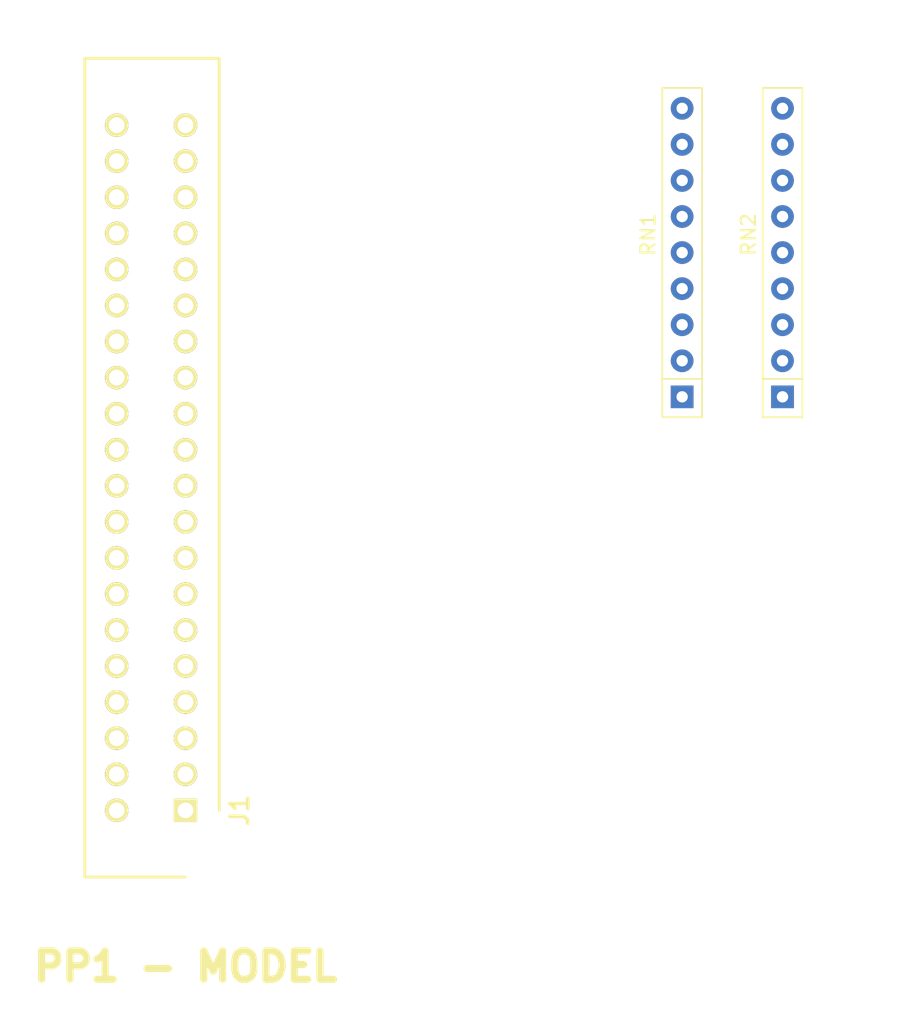
<source format=kicad_pcb>
(kicad_pcb (version 20171130) (host pcbnew "(5.1.6)-1")

  (general
    (thickness 1.6)
    (drawings 7)
    (tracks 0)
    (zones 0)
    (modules 3)
    (nets 41)
  )

  (page A4)
  (title_block
    (title PP1)
    (date 2020-09-24)
    (rev "model rev1")
    (company "Name here")
  )

  (layers
    (0 F.Cu signal)
    (1 In1.Cu power)
    (2 In2.Cu signal)
    (31 B.Cu signal)
    (32 B.Adhes user)
    (33 F.Adhes user)
    (34 B.Paste user)
    (35 F.Paste user)
    (36 B.SilkS user)
    (37 F.SilkS user)
    (38 B.Mask user)
    (39 F.Mask user)
    (40 Dwgs.User user)
    (41 Cmts.User user)
    (42 Eco1.User user)
    (43 Eco2.User user)
    (44 Edge.Cuts user)
    (45 Margin user)
    (46 B.CrtYd user)
    (47 F.CrtYd user)
    (48 B.Fab user)
    (49 F.Fab user)
  )

  (setup
    (last_trace_width 0.18)
    (trace_clearance 0.18)
    (zone_clearance 0.508)
    (zone_45_only no)
    (trace_min 0.18)
    (via_size 0.45)
    (via_drill 0.2)
    (via_min_size 0.45)
    (via_min_drill 0.2)
    (uvia_size 0.45)
    (uvia_drill 0.2)
    (uvias_allowed no)
    (uvia_min_size 0.45)
    (uvia_min_drill 0.2)
    (edge_width 0.15)
    (segment_width 0.2)
    (pcb_text_width 0.3)
    (pcb_text_size 1.5 1.5)
    (mod_edge_width 0.15)
    (mod_text_size 1 1)
    (mod_text_width 0.15)
    (pad_size 1.524 1.524)
    (pad_drill 0.762)
    (pad_to_mask_clearance 0.2)
    (aux_axis_origin 127 73)
    (visible_elements 7FFFF7FF)
    (pcbplotparams
      (layerselection 0x010f0_ffffffff)
      (usegerberextensions false)
      (usegerberattributes false)
      (usegerberadvancedattributes false)
      (creategerberjobfile false)
      (excludeedgelayer true)
      (linewidth 0.100000)
      (plotframeref false)
      (viasonmask false)
      (mode 1)
      (useauxorigin true)
      (hpglpennumber 1)
      (hpglpenspeed 20)
      (hpglpendiameter 15.000000)
      (psnegative false)
      (psa4output false)
      (plotreference true)
      (plotvalue true)
      (plotinvisibletext false)
      (padsonsilk false)
      (subtractmaskfromsilk false)
      (outputformat 1)
      (mirror false)
      (drillshape 0)
      (scaleselection 1)
      (outputdirectory "Project_GP8BV4_gerbert/"))
  )

  (net 0 "")
  (net 1 +5V)
  (net 2 +3V3)
  (net 3 GND)
  (net 4 /~CS_MODULE_0)
  (net 5 /PERIPHERAL_CLK)
  (net 6 /CLK_MODULE_0)
  (net 7 /~RESET_CLK)
  (net 8 /SYNC_BIT)
  (net 9 /BREAD2_7)
  (net 10 /BWRITE2_7)
  (net 11 /BREAD2_6)
  (net 12 /BWRITE2_6)
  (net 13 /BREAD2_5)
  (net 14 /BWRITE2_5)
  (net 15 /BREAD2_4)
  (net 16 /BWRITE2_4)
  (net 17 /BREAD2_3)
  (net 18 /BWRITE2_3)
  (net 19 /BREAD2_2)
  (net 20 /BWRITE2_2)
  (net 21 /BREAD2_1)
  (net 22 /BWRITE2_1)
  (net 23 /BREAD2_0)
  (net 24 /BWRITE2_0)
  (net 25 /BREAD1_7)
  (net 26 /BWRITE1_7)
  (net 27 /BREAD1_6)
  (net 28 /BWRITE1_6)
  (net 29 /BREAD1_5)
  (net 30 /BWRITE1_5)
  (net 31 /BREAD1_4)
  (net 32 /BWRITE1_4)
  (net 33 /BREAD1_3)
  (net 34 /BWRITE1_3)
  (net 35 /BREAD1_2)
  (net 36 /BWRITE1_2)
  (net 37 /BREAD1_1)
  (net 38 /BWRITE1_1)
  (net 39 /BREAD1_0)
  (net 40 /BWRITE1_0)

  (net_class Default "Ceci est la Netclass par défaut"
    (clearance 0.18)
    (trace_width 0.18)
    (via_dia 0.45)
    (via_drill 0.2)
    (uvia_dia 0.45)
    (uvia_drill 0.2)
    (add_net +3V3)
    (add_net +5V)
    (add_net /BREAD1_0)
    (add_net /BREAD1_1)
    (add_net /BREAD1_2)
    (add_net /BREAD1_3)
    (add_net /BREAD1_4)
    (add_net /BREAD1_5)
    (add_net /BREAD1_6)
    (add_net /BREAD1_7)
    (add_net /BREAD2_0)
    (add_net /BREAD2_1)
    (add_net /BREAD2_2)
    (add_net /BREAD2_3)
    (add_net /BREAD2_4)
    (add_net /BREAD2_5)
    (add_net /BREAD2_6)
    (add_net /BREAD2_7)
    (add_net /BWRITE1_0)
    (add_net /BWRITE1_1)
    (add_net /BWRITE1_2)
    (add_net /BWRITE1_3)
    (add_net /BWRITE1_4)
    (add_net /BWRITE1_5)
    (add_net /BWRITE1_6)
    (add_net /BWRITE1_7)
    (add_net /BWRITE2_0)
    (add_net /BWRITE2_1)
    (add_net /BWRITE2_2)
    (add_net /BWRITE2_3)
    (add_net /BWRITE2_4)
    (add_net /BWRITE2_5)
    (add_net /BWRITE2_6)
    (add_net /BWRITE2_7)
    (add_net /CLK_MODULE_0)
    (add_net /PERIPHERAL_CLK)
    (add_net /SYNC_BIT)
    (add_net /~CS_MODULE_0)
    (add_net /~RESET_CLK)
    (add_net GND)
  )

  (net_class Volt ""
    (clearance 0.2)
    (trace_width 0.25)
    (via_dia 0.55)
    (via_drill 0.3)
    (uvia_dia 0.55)
    (uvia_drill 0.3)
  )

  (module Resistor_THT:R_Array_SIP9 (layer F.Cu) (tedit 5A14249F) (tstamp 5F6E5545)
    (at 175 100.874999 90)
    (descr "9-pin Resistor SIP pack")
    (tags R)
    (path /5C78C661)
    (fp_text reference RN1 (at 11.43 -2.4 90) (layer F.SilkS)
      (effects (font (size 1 1) (thickness 0.15)))
    )
    (fp_text value 8x10k (at 11.43 2.4 90) (layer F.Fab)
      (effects (font (size 1 1) (thickness 0.15)))
    )
    (fp_line (start -1.29 -1.25) (end -1.29 1.25) (layer F.Fab) (width 0.1))
    (fp_line (start -1.29 1.25) (end 21.61 1.25) (layer F.Fab) (width 0.1))
    (fp_line (start 21.61 1.25) (end 21.61 -1.25) (layer F.Fab) (width 0.1))
    (fp_line (start 21.61 -1.25) (end -1.29 -1.25) (layer F.Fab) (width 0.1))
    (fp_line (start 1.27 -1.25) (end 1.27 1.25) (layer F.Fab) (width 0.1))
    (fp_line (start -1.44 -1.4) (end -1.44 1.4) (layer F.SilkS) (width 0.12))
    (fp_line (start -1.44 1.4) (end 21.76 1.4) (layer F.SilkS) (width 0.12))
    (fp_line (start 21.76 1.4) (end 21.76 -1.4) (layer F.SilkS) (width 0.12))
    (fp_line (start 21.76 -1.4) (end -1.44 -1.4) (layer F.SilkS) (width 0.12))
    (fp_line (start 1.27 -1.4) (end 1.27 1.4) (layer F.SilkS) (width 0.12))
    (fp_line (start -1.7 -1.65) (end -1.7 1.65) (layer F.CrtYd) (width 0.05))
    (fp_line (start -1.7 1.65) (end 22.05 1.65) (layer F.CrtYd) (width 0.05))
    (fp_line (start 22.05 1.65) (end 22.05 -1.65) (layer F.CrtYd) (width 0.05))
    (fp_line (start 22.05 -1.65) (end -1.7 -1.65) (layer F.CrtYd) (width 0.05))
    (fp_text user %R (at 10.16 0 90) (layer F.Fab)
      (effects (font (size 1 1) (thickness 0.15)))
    )
    (pad 1 thru_hole rect (at 0 0 90) (size 1.6 1.6) (drill 0.8) (layers *.Cu *.Mask)
      (net 3 GND))
    (pad 2 thru_hole oval (at 2.54 0 90) (size 1.6 1.6) (drill 0.8) (layers *.Cu *.Mask)
      (net 25 /BREAD1_7))
    (pad 3 thru_hole oval (at 5.08 0 90) (size 1.6 1.6) (drill 0.8) (layers *.Cu *.Mask)
      (net 27 /BREAD1_6))
    (pad 4 thru_hole oval (at 7.62 0 90) (size 1.6 1.6) (drill 0.8) (layers *.Cu *.Mask)
      (net 29 /BREAD1_5))
    (pad 5 thru_hole oval (at 10.16 0 90) (size 1.6 1.6) (drill 0.8) (layers *.Cu *.Mask)
      (net 31 /BREAD1_4))
    (pad 6 thru_hole oval (at 12.7 0 90) (size 1.6 1.6) (drill 0.8) (layers *.Cu *.Mask)
      (net 33 /BREAD1_3))
    (pad 7 thru_hole oval (at 15.24 0 90) (size 1.6 1.6) (drill 0.8) (layers *.Cu *.Mask)
      (net 35 /BREAD1_2))
    (pad 8 thru_hole oval (at 17.78 0 90) (size 1.6 1.6) (drill 0.8) (layers *.Cu *.Mask)
      (net 37 /BREAD1_1))
    (pad 9 thru_hole oval (at 20.32 0 90) (size 1.6 1.6) (drill 0.8) (layers *.Cu *.Mask)
      (net 39 /BREAD1_0))
    (model ${KISYS3DMOD}/Resistor_THT.3dshapes/R_Array_SIP9.wrl
      (at (xyz 0 0 0))
      (scale (xyz 1 1 1))
      (rotate (xyz 0 0 0))
    )
  )

  (module Resistor_THT:R_Array_SIP9 (layer F.Cu) (tedit 5A14249F) (tstamp 5F6E5561)
    (at 182.075001 100.874999 90)
    (descr "9-pin Resistor SIP pack")
    (tags R)
    (path /5C78CC90)
    (fp_text reference RN2 (at 11.43 -2.4 90) (layer F.SilkS)
      (effects (font (size 1 1) (thickness 0.15)))
    )
    (fp_text value 8x10k (at 11.43 2.4 90) (layer F.Fab)
      (effects (font (size 1 1) (thickness 0.15)))
    )
    (fp_line (start 22.05 -1.65) (end -1.7 -1.65) (layer F.CrtYd) (width 0.05))
    (fp_line (start 22.05 1.65) (end 22.05 -1.65) (layer F.CrtYd) (width 0.05))
    (fp_line (start -1.7 1.65) (end 22.05 1.65) (layer F.CrtYd) (width 0.05))
    (fp_line (start -1.7 -1.65) (end -1.7 1.65) (layer F.CrtYd) (width 0.05))
    (fp_line (start 1.27 -1.4) (end 1.27 1.4) (layer F.SilkS) (width 0.12))
    (fp_line (start 21.76 -1.4) (end -1.44 -1.4) (layer F.SilkS) (width 0.12))
    (fp_line (start 21.76 1.4) (end 21.76 -1.4) (layer F.SilkS) (width 0.12))
    (fp_line (start -1.44 1.4) (end 21.76 1.4) (layer F.SilkS) (width 0.12))
    (fp_line (start -1.44 -1.4) (end -1.44 1.4) (layer F.SilkS) (width 0.12))
    (fp_line (start 1.27 -1.25) (end 1.27 1.25) (layer F.Fab) (width 0.1))
    (fp_line (start 21.61 -1.25) (end -1.29 -1.25) (layer F.Fab) (width 0.1))
    (fp_line (start 21.61 1.25) (end 21.61 -1.25) (layer F.Fab) (width 0.1))
    (fp_line (start -1.29 1.25) (end 21.61 1.25) (layer F.Fab) (width 0.1))
    (fp_line (start -1.29 -1.25) (end -1.29 1.25) (layer F.Fab) (width 0.1))
    (fp_text user %R (at 10.16 0 90) (layer F.Fab)
      (effects (font (size 1 1) (thickness 0.15)))
    )
    (pad 9 thru_hole oval (at 20.32 0 90) (size 1.6 1.6) (drill 0.8) (layers *.Cu *.Mask)
      (net 23 /BREAD2_0))
    (pad 8 thru_hole oval (at 17.78 0 90) (size 1.6 1.6) (drill 0.8) (layers *.Cu *.Mask)
      (net 21 /BREAD2_1))
    (pad 7 thru_hole oval (at 15.24 0 90) (size 1.6 1.6) (drill 0.8) (layers *.Cu *.Mask)
      (net 19 /BREAD2_2))
    (pad 6 thru_hole oval (at 12.7 0 90) (size 1.6 1.6) (drill 0.8) (layers *.Cu *.Mask)
      (net 17 /BREAD2_3))
    (pad 5 thru_hole oval (at 10.16 0 90) (size 1.6 1.6) (drill 0.8) (layers *.Cu *.Mask)
      (net 15 /BREAD2_4))
    (pad 4 thru_hole oval (at 7.62 0 90) (size 1.6 1.6) (drill 0.8) (layers *.Cu *.Mask)
      (net 13 /BREAD2_5))
    (pad 3 thru_hole oval (at 5.08 0 90) (size 1.6 1.6) (drill 0.8) (layers *.Cu *.Mask)
      (net 11 /BREAD2_6))
    (pad 2 thru_hole oval (at 2.54 0 90) (size 1.6 1.6) (drill 0.8) (layers *.Cu *.Mask)
      (net 9 /BREAD2_7))
    (pad 1 thru_hole rect (at 0 0 90) (size 1.6 1.6) (drill 0.8) (layers *.Cu *.Mask)
      (net 3 GND))
    (model ${KISYS3DMOD}/Resistor_THT.3dshapes/R_Array_SIP9.wrl
      (at (xyz 0 0 0))
      (scale (xyz 1 1 1))
      (rotate (xyz 0 0 0))
    )
  )

  (module TE_5-5530843-4:TE_5-5530843-4 (layer F.Cu) (tedit 5F6DFD42) (tstamp 5F6E60A5)
    (at 140 130 90)
    (descr TE_5-5530843-4)
    (tags Connector)
    (path /5D0F5D39)
    (fp_text reference J1 (at 0 3.81 90) (layer F.SilkS)
      (effects (font (size 1.27 1.27) (thickness 0.254)))
    )
    (fp_text value PP1_receptacle_TE_5-5530843-4 (at 11 6 90) (layer F.SilkS) hide
      (effects (font (size 1.27 1.27) (thickness 0.254)))
    )
    (fp_line (start -4.699 -7.099) (end -4.699 0) (layer F.SilkS) (width 0.2))
    (fp_line (start 52.959 -7.099) (end -4.699 -7.099) (layer F.SilkS) (width 0.2))
    (fp_line (start 52.959 2.375) (end 52.959 -7.099) (layer F.SilkS) (width 0.2))
    (fp_line (start 0 2.375) (end 52.959 2.375) (layer F.SilkS) (width 0.2))
    (fp_line (start 52.959 2.375) (end -4.699 2.375) (layer Dwgs.User) (width 0.1))
    (fp_line (start 52.959 -7.099) (end 52.959 2.375) (layer Dwgs.User) (width 0.1))
    (fp_line (start -4.699 -7.099) (end 52.959 -7.099) (layer Dwgs.User) (width 0.1))
    (fp_line (start -4.699 2.375) (end -4.699 -7.099) (layer Dwgs.User) (width 0.1))
    (fp_line (start 53.209 2.625) (end -4.949 2.625) (layer Dwgs.User) (width 0.05))
    (fp_line (start 53.209 -7.349) (end 53.209 2.625) (layer Dwgs.User) (width 0.05))
    (fp_line (start -4.949 -7.349) (end 53.209 -7.349) (layer Dwgs.User) (width 0.05))
    (fp_line (start -4.949 2.625) (end -4.949 -7.349) (layer Dwgs.User) (width 0.05))
    (pad 1 thru_hole rect (at 0 0 180) (size 1.65 1.65) (drill 1.1) (layers *.Cu *.Mask F.SilkS)
      (net 3 GND))
    (pad 2 thru_hole circle (at 0 -4.851 180) (size 1.65 1.65) (drill 1.1) (layers *.Cu *.Mask F.SilkS)
      (net 4 /~CS_MODULE_0))
    (pad 3 thru_hole circle (at 2.54 0 180) (size 1.65 1.65) (drill 1.1) (layers *.Cu *.Mask F.SilkS)
      (net 5 /PERIPHERAL_CLK))
    (pad 4 thru_hole circle (at 2.54 -4.851 180) (size 1.65 1.65) (drill 1.1) (layers *.Cu *.Mask F.SilkS)
      (net 6 /CLK_MODULE_0))
    (pad 5 thru_hole circle (at 5.08 0 180) (size 1.65 1.65) (drill 1.1) (layers *.Cu *.Mask F.SilkS)
      (net 7 /~RESET_CLK))
    (pad 6 thru_hole circle (at 5.08 -4.851 180) (size 1.65 1.65) (drill 1.1) (layers *.Cu *.Mask F.SilkS)
      (net 8 /SYNC_BIT))
    (pad 7 thru_hole circle (at 7.62 0 180) (size 1.65 1.65) (drill 1.1) (layers *.Cu *.Mask F.SilkS)
      (net 9 /BREAD2_7))
    (pad 8 thru_hole circle (at 7.62 -4.851 180) (size 1.65 1.65) (drill 1.1) (layers *.Cu *.Mask F.SilkS)
      (net 10 /BWRITE2_7))
    (pad 9 thru_hole circle (at 10.16 0 180) (size 1.65 1.65) (drill 1.1) (layers *.Cu *.Mask F.SilkS)
      (net 11 /BREAD2_6))
    (pad 10 thru_hole circle (at 10.16 -4.851 180) (size 1.65 1.65) (drill 1.1) (layers *.Cu *.Mask F.SilkS)
      (net 12 /BWRITE2_6))
    (pad 11 thru_hole circle (at 12.7 0 180) (size 1.65 1.65) (drill 1.1) (layers *.Cu *.Mask F.SilkS)
      (net 13 /BREAD2_5))
    (pad 12 thru_hole circle (at 12.7 -4.851 180) (size 1.65 1.65) (drill 1.1) (layers *.Cu *.Mask F.SilkS)
      (net 14 /BWRITE2_5))
    (pad 13 thru_hole circle (at 15.24 0 180) (size 1.65 1.65) (drill 1.1) (layers *.Cu *.Mask F.SilkS)
      (net 15 /BREAD2_4))
    (pad 14 thru_hole circle (at 15.24 -4.851 180) (size 1.65 1.65) (drill 1.1) (layers *.Cu *.Mask F.SilkS)
      (net 16 /BWRITE2_4))
    (pad 15 thru_hole circle (at 17.78 0 180) (size 1.65 1.65) (drill 1.1) (layers *.Cu *.Mask F.SilkS)
      (net 17 /BREAD2_3))
    (pad 16 thru_hole circle (at 17.78 -4.851 180) (size 1.65 1.65) (drill 1.1) (layers *.Cu *.Mask F.SilkS)
      (net 18 /BWRITE2_3))
    (pad 17 thru_hole circle (at 20.32 0 180) (size 1.65 1.65) (drill 1.1) (layers *.Cu *.Mask F.SilkS)
      (net 19 /BREAD2_2))
    (pad 18 thru_hole circle (at 20.32 -4.851 180) (size 1.65 1.65) (drill 1.1) (layers *.Cu *.Mask F.SilkS)
      (net 20 /BWRITE2_2))
    (pad 19 thru_hole circle (at 22.86 0 180) (size 1.65 1.65) (drill 1.1) (layers *.Cu *.Mask F.SilkS)
      (net 21 /BREAD2_1))
    (pad 20 thru_hole circle (at 22.86 -4.851 180) (size 1.65 1.65) (drill 1.1) (layers *.Cu *.Mask F.SilkS)
      (net 22 /BWRITE2_1))
    (pad 21 thru_hole circle (at 25.4 0 180) (size 1.65 1.65) (drill 1.1) (layers *.Cu *.Mask F.SilkS)
      (net 23 /BREAD2_0))
    (pad 22 thru_hole circle (at 25.4 -4.851 180) (size 1.65 1.65) (drill 1.1) (layers *.Cu *.Mask F.SilkS)
      (net 24 /BWRITE2_0))
    (pad 23 thru_hole circle (at 27.94 0 180) (size 1.65 1.65) (drill 1.1) (layers *.Cu *.Mask F.SilkS)
      (net 25 /BREAD1_7))
    (pad 24 thru_hole circle (at 27.94 -4.851 180) (size 1.65 1.65) (drill 1.1) (layers *.Cu *.Mask F.SilkS)
      (net 26 /BWRITE1_7))
    (pad 25 thru_hole circle (at 30.48 0 180) (size 1.65 1.65) (drill 1.1) (layers *.Cu *.Mask F.SilkS)
      (net 27 /BREAD1_6))
    (pad 26 thru_hole circle (at 30.48 -4.851 180) (size 1.65 1.65) (drill 1.1) (layers *.Cu *.Mask F.SilkS)
      (net 28 /BWRITE1_6))
    (pad 27 thru_hole circle (at 33.02 0 180) (size 1.65 1.65) (drill 1.1) (layers *.Cu *.Mask F.SilkS)
      (net 29 /BREAD1_5))
    (pad 28 thru_hole circle (at 33.02 -4.851 180) (size 1.65 1.65) (drill 1.1) (layers *.Cu *.Mask F.SilkS)
      (net 30 /BWRITE1_5))
    (pad 29 thru_hole circle (at 35.56 0 180) (size 1.65 1.65) (drill 1.1) (layers *.Cu *.Mask F.SilkS)
      (net 31 /BREAD1_4))
    (pad 30 thru_hole circle (at 35.56 -4.851 180) (size 1.65 1.65) (drill 1.1) (layers *.Cu *.Mask F.SilkS)
      (net 32 /BWRITE1_4))
    (pad 31 thru_hole circle (at 38.1 0 180) (size 1.65 1.65) (drill 1.1) (layers *.Cu *.Mask F.SilkS)
      (net 33 /BREAD1_3))
    (pad 32 thru_hole circle (at 38.1 -4.851 180) (size 1.65 1.65) (drill 1.1) (layers *.Cu *.Mask F.SilkS)
      (net 34 /BWRITE1_3))
    (pad 33 thru_hole circle (at 40.64 0 180) (size 1.65 1.65) (drill 1.1) (layers *.Cu *.Mask F.SilkS)
      (net 35 /BREAD1_2))
    (pad 34 thru_hole circle (at 40.64 -4.851 180) (size 1.65 1.65) (drill 1.1) (layers *.Cu *.Mask F.SilkS)
      (net 36 /BWRITE1_2))
    (pad 35 thru_hole circle (at 43.18 0 180) (size 1.65 1.65) (drill 1.1) (layers *.Cu *.Mask F.SilkS)
      (net 37 /BREAD1_1))
    (pad 36 thru_hole circle (at 43.18 -4.851 180) (size 1.65 1.65) (drill 1.1) (layers *.Cu *.Mask F.SilkS)
      (net 38 /BWRITE1_1))
    (pad 37 thru_hole circle (at 45.72 0 180) (size 1.65 1.65) (drill 1.1) (layers *.Cu *.Mask F.SilkS)
      (net 39 /BREAD1_0))
    (pad 38 thru_hole circle (at 45.72 -4.851 180) (size 1.65 1.65) (drill 1.1) (layers *.Cu *.Mask F.SilkS)
      (net 40 /BWRITE1_0))
    (pad 39 thru_hole circle (at 48.26 0 180) (size 1.65 1.65) (drill 1.1) (layers *.Cu *.Mask F.SilkS)
      (net 2 +3V3))
    (pad 40 thru_hole circle (at 48.26 -4.851 180) (size 1.65 1.65) (drill 1.1) (layers *.Cu *.Mask F.SilkS)
      (net 1 +5V))
    (model ${KIPRJMOD}/libraries/3D/TE_5-5530843-4.stp
      (offset (xyz 24.15 2.5 15.5))
      (scale (xyz 1 1 1))
      (rotate (xyz 0 0 0))
    )
  )

  (gr_text Optional (at 179 104) (layer Cmts.User) (tstamp 5F6E58D0)
    (effects (font (size 1 1) (thickness 0.15)))
  )
  (gr_text "There is no placement constraint for PP1 receptacle" (at 149 144) (layer Cmts.User)
    (effects (font (size 1 1) (thickness 0.15)))
  )
  (gr_line (start 127 145) (end 127 73) (layer Margin) (width 0.15))
  (gr_line (start 191 145) (end 127 145) (layer Margin) (width 0.15))
  (gr_line (start 191 73) (end 191 145) (layer Margin) (width 0.15))
  (gr_line (start 127 73) (end 191 73) (layer Margin) (width 0.15))
  (gr_text "PP1 - MODEL" (at 140 141) (layer F.SilkS)
    (effects (font (size 2 2) (thickness 0.5)))
  )

)

</source>
